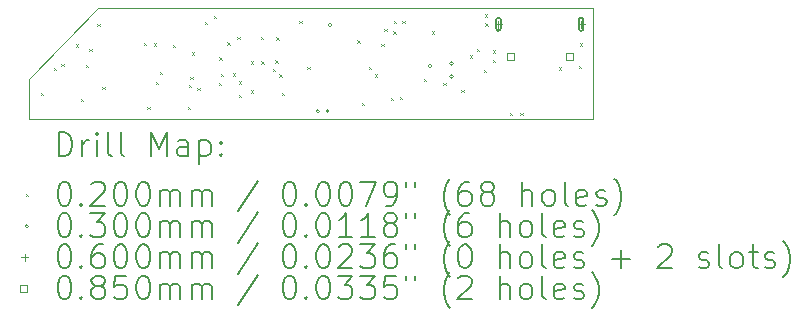
<source format=gbr>
%FSLAX45Y45*%
G04 Gerber Fmt 4.5, Leading zero omitted, Abs format (unit mm)*
G04 Created by KiCad (PCBNEW 6.0.4-6f826c9f35~116~ubuntu20.04.1) date 2022-03-30 16:12:38*
%MOMM*%
%LPD*%
G01*
G04 APERTURE LIST*
%TA.AperFunction,Profile*%
%ADD10C,0.100000*%
%TD*%
%ADD11C,0.200000*%
%ADD12C,0.020000*%
%ADD13C,0.030000*%
%ADD14C,0.060000*%
%ADD15C,0.085000*%
G04 APERTURE END LIST*
D10*
X16340000Y-8150000D02*
X12150000Y-8150000D01*
X11565000Y-8750000D02*
X11565000Y-9090000D01*
X11565000Y-9090000D02*
X16340000Y-9090000D01*
X12150000Y-8150000D02*
X11565000Y-8750000D01*
X16340000Y-9090000D02*
X16340000Y-8150000D01*
D11*
D12*
X11667500Y-8867500D02*
X11687500Y-8887500D01*
X11687500Y-8867500D02*
X11667500Y-8887500D01*
X11777500Y-8657500D02*
X11797500Y-8677500D01*
X11797500Y-8657500D02*
X11777500Y-8677500D01*
X11840000Y-8625000D02*
X11860000Y-8645000D01*
X11860000Y-8625000D02*
X11840000Y-8645000D01*
X11960000Y-8460000D02*
X11980000Y-8480000D01*
X11980000Y-8460000D02*
X11960000Y-8480000D01*
X12005000Y-8920000D02*
X12025000Y-8940000D01*
X12025000Y-8920000D02*
X12005000Y-8940000D01*
X12046292Y-8630255D02*
X12066292Y-8650255D01*
X12066292Y-8630255D02*
X12046292Y-8650255D01*
X12075000Y-8497500D02*
X12095000Y-8517500D01*
X12095000Y-8497500D02*
X12075000Y-8517500D01*
X12143500Y-8286500D02*
X12163500Y-8306500D01*
X12163500Y-8286500D02*
X12143500Y-8306500D01*
X12185000Y-8820000D02*
X12205000Y-8840000D01*
X12205000Y-8820000D02*
X12185000Y-8840000D01*
X12537750Y-8445750D02*
X12557750Y-8465750D01*
X12557750Y-8445750D02*
X12537750Y-8465750D01*
X12568000Y-8990000D02*
X12588000Y-9010000D01*
X12588000Y-8990000D02*
X12568000Y-9010000D01*
X12624500Y-8449000D02*
X12644500Y-8469000D01*
X12644500Y-8449000D02*
X12624500Y-8469000D01*
X12639815Y-8778077D02*
X12659815Y-8798077D01*
X12659815Y-8778077D02*
X12639815Y-8798077D01*
X12674000Y-8691000D02*
X12694000Y-8711000D01*
X12694000Y-8691000D02*
X12674000Y-8711000D01*
X12782250Y-8464750D02*
X12802250Y-8484750D01*
X12802250Y-8464750D02*
X12782250Y-8484750D01*
X12912500Y-8990000D02*
X12932500Y-9010000D01*
X12932500Y-8990000D02*
X12912500Y-9010000D01*
X12920237Y-8803069D02*
X12940237Y-8823069D01*
X12940237Y-8803069D02*
X12920237Y-8823069D01*
X12931000Y-8732000D02*
X12951000Y-8752000D01*
X12951000Y-8732000D02*
X12931000Y-8752000D01*
X12945000Y-8527500D02*
X12965000Y-8547500D01*
X12965000Y-8527500D02*
X12945000Y-8547500D01*
X12990000Y-8827500D02*
X13010000Y-8847500D01*
X13010000Y-8827500D02*
X12990000Y-8847500D01*
X13055000Y-8266000D02*
X13075000Y-8286000D01*
X13075000Y-8266000D02*
X13055000Y-8286000D01*
X13131926Y-8215950D02*
X13151926Y-8235950D01*
X13151926Y-8215950D02*
X13131926Y-8235950D01*
X13173000Y-8787250D02*
X13193000Y-8807250D01*
X13193000Y-8787250D02*
X13173000Y-8807250D01*
X13176000Y-8569000D02*
X13196000Y-8589000D01*
X13196000Y-8569000D02*
X13176000Y-8589000D01*
X13190000Y-8711000D02*
X13210000Y-8731000D01*
X13210000Y-8711000D02*
X13190000Y-8731000D01*
X13244000Y-8443000D02*
X13264000Y-8463000D01*
X13264000Y-8443000D02*
X13244000Y-8463000D01*
X13293000Y-8703000D02*
X13313000Y-8723000D01*
X13313000Y-8703000D02*
X13293000Y-8723000D01*
X13330000Y-8397250D02*
X13350000Y-8417250D01*
X13350000Y-8397250D02*
X13330000Y-8417250D01*
X13341000Y-8773000D02*
X13361000Y-8793000D01*
X13361000Y-8773000D02*
X13341000Y-8793000D01*
X13342500Y-8885000D02*
X13362500Y-8905000D01*
X13362500Y-8885000D02*
X13342500Y-8905000D01*
X13443000Y-8602000D02*
X13463000Y-8622000D01*
X13463000Y-8602000D02*
X13443000Y-8622000D01*
X13444000Y-8848500D02*
X13464000Y-8868500D01*
X13464000Y-8848500D02*
X13444000Y-8868500D01*
X13530500Y-8395500D02*
X13550500Y-8415500D01*
X13550500Y-8395500D02*
X13530500Y-8415500D01*
X13533000Y-8603000D02*
X13553000Y-8623000D01*
X13553000Y-8603000D02*
X13533000Y-8623000D01*
X13630000Y-8665000D02*
X13650000Y-8685000D01*
X13650000Y-8665000D02*
X13630000Y-8685000D01*
X13650000Y-8593200D02*
X13670000Y-8613200D01*
X13670000Y-8593200D02*
X13650000Y-8613200D01*
X13660000Y-8400000D02*
X13680000Y-8420000D01*
X13680000Y-8400000D02*
X13660000Y-8420000D01*
X13685000Y-8712500D02*
X13705000Y-8732500D01*
X13705000Y-8712500D02*
X13685000Y-8732500D01*
X13705000Y-8869000D02*
X13725000Y-8889000D01*
X13725000Y-8869000D02*
X13705000Y-8889000D01*
X13852500Y-8260000D02*
X13872500Y-8280000D01*
X13872500Y-8260000D02*
X13852500Y-8280000D01*
X13922000Y-8652000D02*
X13942000Y-8672000D01*
X13942000Y-8652000D02*
X13922000Y-8672000D01*
X14345000Y-8425000D02*
X14365000Y-8445000D01*
X14365000Y-8425000D02*
X14345000Y-8445000D01*
X14385000Y-8955000D02*
X14405000Y-8975000D01*
X14405000Y-8955000D02*
X14385000Y-8975000D01*
X14440000Y-8650000D02*
X14460000Y-8670000D01*
X14460000Y-8650000D02*
X14440000Y-8670000D01*
X14490941Y-8714059D02*
X14510941Y-8734059D01*
X14510941Y-8714059D02*
X14490941Y-8734059D01*
X14547000Y-8453000D02*
X14567000Y-8473000D01*
X14567000Y-8453000D02*
X14547000Y-8473000D01*
X14575000Y-8330000D02*
X14595000Y-8350000D01*
X14595000Y-8330000D02*
X14575000Y-8350000D01*
X14630000Y-8910000D02*
X14650000Y-8930000D01*
X14650000Y-8910000D02*
X14630000Y-8930000D01*
X14650000Y-8350000D02*
X14670000Y-8370000D01*
X14670000Y-8350000D02*
X14650000Y-8370000D01*
X14655000Y-8260000D02*
X14675000Y-8280000D01*
X14675000Y-8260000D02*
X14655000Y-8280000D01*
X14707500Y-8902500D02*
X14727500Y-8922500D01*
X14727500Y-8902500D02*
X14707500Y-8922500D01*
X14725000Y-8260000D02*
X14745000Y-8280000D01*
X14745000Y-8260000D02*
X14725000Y-8280000D01*
X14906250Y-8748750D02*
X14926250Y-8768750D01*
X14926250Y-8748750D02*
X14906250Y-8768750D01*
X14976625Y-8348375D02*
X14996625Y-8368375D01*
X14996625Y-8348375D02*
X14976625Y-8368375D01*
X15072050Y-8787500D02*
X15092050Y-8807500D01*
X15092050Y-8787500D02*
X15072050Y-8807500D01*
X15224500Y-8846250D02*
X15244500Y-8866250D01*
X15244500Y-8846250D02*
X15224500Y-8866250D01*
X15295000Y-8552500D02*
X15315000Y-8572500D01*
X15315000Y-8552500D02*
X15295000Y-8572500D01*
X15355000Y-8495000D02*
X15375000Y-8515000D01*
X15375000Y-8495000D02*
X15355000Y-8515000D01*
X15415000Y-8675000D02*
X15435000Y-8695000D01*
X15435000Y-8675000D02*
X15415000Y-8695000D01*
X15425500Y-8204500D02*
X15445500Y-8224500D01*
X15445500Y-8204500D02*
X15425500Y-8224500D01*
X15430000Y-8280000D02*
X15450000Y-8300000D01*
X15450000Y-8280000D02*
X15430000Y-8300000D01*
X15490000Y-8510000D02*
X15510000Y-8530000D01*
X15510000Y-8510000D02*
X15490000Y-8530000D01*
X15490000Y-8590000D02*
X15510000Y-8610000D01*
X15510000Y-8590000D02*
X15490000Y-8610000D01*
X15637500Y-9040000D02*
X15657500Y-9060000D01*
X15657500Y-9040000D02*
X15637500Y-9060000D01*
X15724000Y-9041000D02*
X15744000Y-9061000D01*
X15744000Y-9041000D02*
X15724000Y-9061000D01*
X16052500Y-8652500D02*
X16072500Y-8672500D01*
X16072500Y-8652500D02*
X16052500Y-8672500D01*
X16218750Y-8638750D02*
X16238750Y-8658750D01*
X16238750Y-8638750D02*
X16218750Y-8658750D01*
X16230000Y-8450000D02*
X16250000Y-8470000D01*
X16250000Y-8450000D02*
X16230000Y-8470000D01*
D13*
X14025000Y-9024000D02*
G75*
G03*
X14025000Y-9024000I-15000J0D01*
G01*
X14109000Y-9024000D02*
G75*
G03*
X14109000Y-9024000I-15000J0D01*
G01*
X14128000Y-8294000D02*
G75*
G03*
X14128000Y-8294000I-15000J0D01*
G01*
X14975000Y-8642500D02*
G75*
G03*
X14975000Y-8642500I-15000J0D01*
G01*
X15157000Y-8733000D02*
G75*
G03*
X15157000Y-8733000I-15000J0D01*
G01*
X15157500Y-8622500D02*
G75*
G03*
X15157500Y-8622500I-15000J0D01*
G01*
D14*
X15540000Y-8260000D02*
X15540000Y-8320000D01*
X15510000Y-8290000D02*
X15570000Y-8290000D01*
D11*
X15560000Y-8325000D02*
X15560000Y-8255000D01*
X15520000Y-8325000D02*
X15520000Y-8255000D01*
X15560000Y-8255000D02*
G75*
G03*
X15520000Y-8255000I-20000J0D01*
G01*
X15520000Y-8325000D02*
G75*
G03*
X15560000Y-8325000I20000J0D01*
G01*
D14*
X16240000Y-8260000D02*
X16240000Y-8320000D01*
X16210000Y-8290000D02*
X16270000Y-8290000D01*
D11*
X16220000Y-8255000D02*
X16220000Y-8325000D01*
X16260000Y-8255000D02*
X16260000Y-8325000D01*
X16220000Y-8325000D02*
G75*
G03*
X16260000Y-8325000I20000J0D01*
G01*
X16260000Y-8255000D02*
G75*
G03*
X16220000Y-8255000I-20000J0D01*
G01*
D15*
X15670052Y-8590052D02*
X15670052Y-8529948D01*
X15609948Y-8529948D01*
X15609948Y-8590052D01*
X15670052Y-8590052D01*
X16170052Y-8590052D02*
X16170052Y-8529948D01*
X16109948Y-8529948D01*
X16109948Y-8590052D01*
X16170052Y-8590052D01*
D11*
X11817619Y-9405476D02*
X11817619Y-9205476D01*
X11865238Y-9205476D01*
X11893809Y-9215000D01*
X11912857Y-9234048D01*
X11922381Y-9253095D01*
X11931905Y-9291190D01*
X11931905Y-9319762D01*
X11922381Y-9357857D01*
X11912857Y-9376905D01*
X11893809Y-9395952D01*
X11865238Y-9405476D01*
X11817619Y-9405476D01*
X12017619Y-9405476D02*
X12017619Y-9272143D01*
X12017619Y-9310238D02*
X12027143Y-9291190D01*
X12036667Y-9281667D01*
X12055714Y-9272143D01*
X12074762Y-9272143D01*
X12141428Y-9405476D02*
X12141428Y-9272143D01*
X12141428Y-9205476D02*
X12131905Y-9215000D01*
X12141428Y-9224524D01*
X12150952Y-9215000D01*
X12141428Y-9205476D01*
X12141428Y-9224524D01*
X12265238Y-9405476D02*
X12246190Y-9395952D01*
X12236667Y-9376905D01*
X12236667Y-9205476D01*
X12370000Y-9405476D02*
X12350952Y-9395952D01*
X12341428Y-9376905D01*
X12341428Y-9205476D01*
X12598571Y-9405476D02*
X12598571Y-9205476D01*
X12665238Y-9348333D01*
X12731905Y-9205476D01*
X12731905Y-9405476D01*
X12912857Y-9405476D02*
X12912857Y-9300714D01*
X12903333Y-9281667D01*
X12884286Y-9272143D01*
X12846190Y-9272143D01*
X12827143Y-9281667D01*
X12912857Y-9395952D02*
X12893809Y-9405476D01*
X12846190Y-9405476D01*
X12827143Y-9395952D01*
X12817619Y-9376905D01*
X12817619Y-9357857D01*
X12827143Y-9338810D01*
X12846190Y-9329286D01*
X12893809Y-9329286D01*
X12912857Y-9319762D01*
X13008095Y-9272143D02*
X13008095Y-9472143D01*
X13008095Y-9281667D02*
X13027143Y-9272143D01*
X13065238Y-9272143D01*
X13084286Y-9281667D01*
X13093809Y-9291190D01*
X13103333Y-9310238D01*
X13103333Y-9367381D01*
X13093809Y-9386429D01*
X13084286Y-9395952D01*
X13065238Y-9405476D01*
X13027143Y-9405476D01*
X13008095Y-9395952D01*
X13189048Y-9386429D02*
X13198571Y-9395952D01*
X13189048Y-9405476D01*
X13179524Y-9395952D01*
X13189048Y-9386429D01*
X13189048Y-9405476D01*
X13189048Y-9281667D02*
X13198571Y-9291190D01*
X13189048Y-9300714D01*
X13179524Y-9291190D01*
X13189048Y-9281667D01*
X13189048Y-9300714D01*
D12*
X11540000Y-9725000D02*
X11560000Y-9745000D01*
X11560000Y-9725000D02*
X11540000Y-9745000D01*
D11*
X11855714Y-9625476D02*
X11874762Y-9625476D01*
X11893809Y-9635000D01*
X11903333Y-9644524D01*
X11912857Y-9663571D01*
X11922381Y-9701667D01*
X11922381Y-9749286D01*
X11912857Y-9787381D01*
X11903333Y-9806429D01*
X11893809Y-9815952D01*
X11874762Y-9825476D01*
X11855714Y-9825476D01*
X11836667Y-9815952D01*
X11827143Y-9806429D01*
X11817619Y-9787381D01*
X11808095Y-9749286D01*
X11808095Y-9701667D01*
X11817619Y-9663571D01*
X11827143Y-9644524D01*
X11836667Y-9635000D01*
X11855714Y-9625476D01*
X12008095Y-9806429D02*
X12017619Y-9815952D01*
X12008095Y-9825476D01*
X11998571Y-9815952D01*
X12008095Y-9806429D01*
X12008095Y-9825476D01*
X12093809Y-9644524D02*
X12103333Y-9635000D01*
X12122381Y-9625476D01*
X12170000Y-9625476D01*
X12189048Y-9635000D01*
X12198571Y-9644524D01*
X12208095Y-9663571D01*
X12208095Y-9682619D01*
X12198571Y-9711190D01*
X12084286Y-9825476D01*
X12208095Y-9825476D01*
X12331905Y-9625476D02*
X12350952Y-9625476D01*
X12370000Y-9635000D01*
X12379524Y-9644524D01*
X12389048Y-9663571D01*
X12398571Y-9701667D01*
X12398571Y-9749286D01*
X12389048Y-9787381D01*
X12379524Y-9806429D01*
X12370000Y-9815952D01*
X12350952Y-9825476D01*
X12331905Y-9825476D01*
X12312857Y-9815952D01*
X12303333Y-9806429D01*
X12293809Y-9787381D01*
X12284286Y-9749286D01*
X12284286Y-9701667D01*
X12293809Y-9663571D01*
X12303333Y-9644524D01*
X12312857Y-9635000D01*
X12331905Y-9625476D01*
X12522381Y-9625476D02*
X12541428Y-9625476D01*
X12560476Y-9635000D01*
X12570000Y-9644524D01*
X12579524Y-9663571D01*
X12589048Y-9701667D01*
X12589048Y-9749286D01*
X12579524Y-9787381D01*
X12570000Y-9806429D01*
X12560476Y-9815952D01*
X12541428Y-9825476D01*
X12522381Y-9825476D01*
X12503333Y-9815952D01*
X12493809Y-9806429D01*
X12484286Y-9787381D01*
X12474762Y-9749286D01*
X12474762Y-9701667D01*
X12484286Y-9663571D01*
X12493809Y-9644524D01*
X12503333Y-9635000D01*
X12522381Y-9625476D01*
X12674762Y-9825476D02*
X12674762Y-9692143D01*
X12674762Y-9711190D02*
X12684286Y-9701667D01*
X12703333Y-9692143D01*
X12731905Y-9692143D01*
X12750952Y-9701667D01*
X12760476Y-9720714D01*
X12760476Y-9825476D01*
X12760476Y-9720714D02*
X12770000Y-9701667D01*
X12789048Y-9692143D01*
X12817619Y-9692143D01*
X12836667Y-9701667D01*
X12846190Y-9720714D01*
X12846190Y-9825476D01*
X12941428Y-9825476D02*
X12941428Y-9692143D01*
X12941428Y-9711190D02*
X12950952Y-9701667D01*
X12970000Y-9692143D01*
X12998571Y-9692143D01*
X13017619Y-9701667D01*
X13027143Y-9720714D01*
X13027143Y-9825476D01*
X13027143Y-9720714D02*
X13036667Y-9701667D01*
X13055714Y-9692143D01*
X13084286Y-9692143D01*
X13103333Y-9701667D01*
X13112857Y-9720714D01*
X13112857Y-9825476D01*
X13503333Y-9615952D02*
X13331905Y-9873095D01*
X13760476Y-9625476D02*
X13779524Y-9625476D01*
X13798571Y-9635000D01*
X13808095Y-9644524D01*
X13817619Y-9663571D01*
X13827143Y-9701667D01*
X13827143Y-9749286D01*
X13817619Y-9787381D01*
X13808095Y-9806429D01*
X13798571Y-9815952D01*
X13779524Y-9825476D01*
X13760476Y-9825476D01*
X13741428Y-9815952D01*
X13731905Y-9806429D01*
X13722381Y-9787381D01*
X13712857Y-9749286D01*
X13712857Y-9701667D01*
X13722381Y-9663571D01*
X13731905Y-9644524D01*
X13741428Y-9635000D01*
X13760476Y-9625476D01*
X13912857Y-9806429D02*
X13922381Y-9815952D01*
X13912857Y-9825476D01*
X13903333Y-9815952D01*
X13912857Y-9806429D01*
X13912857Y-9825476D01*
X14046190Y-9625476D02*
X14065238Y-9625476D01*
X14084286Y-9635000D01*
X14093809Y-9644524D01*
X14103333Y-9663571D01*
X14112857Y-9701667D01*
X14112857Y-9749286D01*
X14103333Y-9787381D01*
X14093809Y-9806429D01*
X14084286Y-9815952D01*
X14065238Y-9825476D01*
X14046190Y-9825476D01*
X14027143Y-9815952D01*
X14017619Y-9806429D01*
X14008095Y-9787381D01*
X13998571Y-9749286D01*
X13998571Y-9701667D01*
X14008095Y-9663571D01*
X14017619Y-9644524D01*
X14027143Y-9635000D01*
X14046190Y-9625476D01*
X14236667Y-9625476D02*
X14255714Y-9625476D01*
X14274762Y-9635000D01*
X14284286Y-9644524D01*
X14293809Y-9663571D01*
X14303333Y-9701667D01*
X14303333Y-9749286D01*
X14293809Y-9787381D01*
X14284286Y-9806429D01*
X14274762Y-9815952D01*
X14255714Y-9825476D01*
X14236667Y-9825476D01*
X14217619Y-9815952D01*
X14208095Y-9806429D01*
X14198571Y-9787381D01*
X14189048Y-9749286D01*
X14189048Y-9701667D01*
X14198571Y-9663571D01*
X14208095Y-9644524D01*
X14217619Y-9635000D01*
X14236667Y-9625476D01*
X14370000Y-9625476D02*
X14503333Y-9625476D01*
X14417619Y-9825476D01*
X14589048Y-9825476D02*
X14627143Y-9825476D01*
X14646190Y-9815952D01*
X14655714Y-9806429D01*
X14674762Y-9777857D01*
X14684286Y-9739762D01*
X14684286Y-9663571D01*
X14674762Y-9644524D01*
X14665238Y-9635000D01*
X14646190Y-9625476D01*
X14608095Y-9625476D01*
X14589048Y-9635000D01*
X14579524Y-9644524D01*
X14570000Y-9663571D01*
X14570000Y-9711190D01*
X14579524Y-9730238D01*
X14589048Y-9739762D01*
X14608095Y-9749286D01*
X14646190Y-9749286D01*
X14665238Y-9739762D01*
X14674762Y-9730238D01*
X14684286Y-9711190D01*
X14760476Y-9625476D02*
X14760476Y-9663571D01*
X14836667Y-9625476D02*
X14836667Y-9663571D01*
X15131905Y-9901667D02*
X15122381Y-9892143D01*
X15103333Y-9863571D01*
X15093809Y-9844524D01*
X15084286Y-9815952D01*
X15074762Y-9768333D01*
X15074762Y-9730238D01*
X15084286Y-9682619D01*
X15093809Y-9654048D01*
X15103333Y-9635000D01*
X15122381Y-9606429D01*
X15131905Y-9596905D01*
X15293809Y-9625476D02*
X15255714Y-9625476D01*
X15236667Y-9635000D01*
X15227143Y-9644524D01*
X15208095Y-9673095D01*
X15198571Y-9711190D01*
X15198571Y-9787381D01*
X15208095Y-9806429D01*
X15217619Y-9815952D01*
X15236667Y-9825476D01*
X15274762Y-9825476D01*
X15293809Y-9815952D01*
X15303333Y-9806429D01*
X15312857Y-9787381D01*
X15312857Y-9739762D01*
X15303333Y-9720714D01*
X15293809Y-9711190D01*
X15274762Y-9701667D01*
X15236667Y-9701667D01*
X15217619Y-9711190D01*
X15208095Y-9720714D01*
X15198571Y-9739762D01*
X15427143Y-9711190D02*
X15408095Y-9701667D01*
X15398571Y-9692143D01*
X15389048Y-9673095D01*
X15389048Y-9663571D01*
X15398571Y-9644524D01*
X15408095Y-9635000D01*
X15427143Y-9625476D01*
X15465238Y-9625476D01*
X15484286Y-9635000D01*
X15493809Y-9644524D01*
X15503333Y-9663571D01*
X15503333Y-9673095D01*
X15493809Y-9692143D01*
X15484286Y-9701667D01*
X15465238Y-9711190D01*
X15427143Y-9711190D01*
X15408095Y-9720714D01*
X15398571Y-9730238D01*
X15389048Y-9749286D01*
X15389048Y-9787381D01*
X15398571Y-9806429D01*
X15408095Y-9815952D01*
X15427143Y-9825476D01*
X15465238Y-9825476D01*
X15484286Y-9815952D01*
X15493809Y-9806429D01*
X15503333Y-9787381D01*
X15503333Y-9749286D01*
X15493809Y-9730238D01*
X15484286Y-9720714D01*
X15465238Y-9711190D01*
X15741428Y-9825476D02*
X15741428Y-9625476D01*
X15827143Y-9825476D02*
X15827143Y-9720714D01*
X15817619Y-9701667D01*
X15798571Y-9692143D01*
X15770000Y-9692143D01*
X15750952Y-9701667D01*
X15741428Y-9711190D01*
X15950952Y-9825476D02*
X15931905Y-9815952D01*
X15922381Y-9806429D01*
X15912857Y-9787381D01*
X15912857Y-9730238D01*
X15922381Y-9711190D01*
X15931905Y-9701667D01*
X15950952Y-9692143D01*
X15979524Y-9692143D01*
X15998571Y-9701667D01*
X16008095Y-9711190D01*
X16017619Y-9730238D01*
X16017619Y-9787381D01*
X16008095Y-9806429D01*
X15998571Y-9815952D01*
X15979524Y-9825476D01*
X15950952Y-9825476D01*
X16131905Y-9825476D02*
X16112857Y-9815952D01*
X16103333Y-9796905D01*
X16103333Y-9625476D01*
X16284286Y-9815952D02*
X16265238Y-9825476D01*
X16227143Y-9825476D01*
X16208095Y-9815952D01*
X16198571Y-9796905D01*
X16198571Y-9720714D01*
X16208095Y-9701667D01*
X16227143Y-9692143D01*
X16265238Y-9692143D01*
X16284286Y-9701667D01*
X16293809Y-9720714D01*
X16293809Y-9739762D01*
X16198571Y-9758810D01*
X16370000Y-9815952D02*
X16389048Y-9825476D01*
X16427143Y-9825476D01*
X16446190Y-9815952D01*
X16455714Y-9796905D01*
X16455714Y-9787381D01*
X16446190Y-9768333D01*
X16427143Y-9758810D01*
X16398571Y-9758810D01*
X16379524Y-9749286D01*
X16370000Y-9730238D01*
X16370000Y-9720714D01*
X16379524Y-9701667D01*
X16398571Y-9692143D01*
X16427143Y-9692143D01*
X16446190Y-9701667D01*
X16522381Y-9901667D02*
X16531905Y-9892143D01*
X16550952Y-9863571D01*
X16560476Y-9844524D01*
X16570000Y-9815952D01*
X16579524Y-9768333D01*
X16579524Y-9730238D01*
X16570000Y-9682619D01*
X16560476Y-9654048D01*
X16550952Y-9635000D01*
X16531905Y-9606429D01*
X16522381Y-9596905D01*
D13*
X11560000Y-9999000D02*
G75*
G03*
X11560000Y-9999000I-15000J0D01*
G01*
D11*
X11855714Y-9889476D02*
X11874762Y-9889476D01*
X11893809Y-9899000D01*
X11903333Y-9908524D01*
X11912857Y-9927571D01*
X11922381Y-9965667D01*
X11922381Y-10013286D01*
X11912857Y-10051381D01*
X11903333Y-10070429D01*
X11893809Y-10079952D01*
X11874762Y-10089476D01*
X11855714Y-10089476D01*
X11836667Y-10079952D01*
X11827143Y-10070429D01*
X11817619Y-10051381D01*
X11808095Y-10013286D01*
X11808095Y-9965667D01*
X11817619Y-9927571D01*
X11827143Y-9908524D01*
X11836667Y-9899000D01*
X11855714Y-9889476D01*
X12008095Y-10070429D02*
X12017619Y-10079952D01*
X12008095Y-10089476D01*
X11998571Y-10079952D01*
X12008095Y-10070429D01*
X12008095Y-10089476D01*
X12084286Y-9889476D02*
X12208095Y-9889476D01*
X12141428Y-9965667D01*
X12170000Y-9965667D01*
X12189048Y-9975190D01*
X12198571Y-9984714D01*
X12208095Y-10003762D01*
X12208095Y-10051381D01*
X12198571Y-10070429D01*
X12189048Y-10079952D01*
X12170000Y-10089476D01*
X12112857Y-10089476D01*
X12093809Y-10079952D01*
X12084286Y-10070429D01*
X12331905Y-9889476D02*
X12350952Y-9889476D01*
X12370000Y-9899000D01*
X12379524Y-9908524D01*
X12389048Y-9927571D01*
X12398571Y-9965667D01*
X12398571Y-10013286D01*
X12389048Y-10051381D01*
X12379524Y-10070429D01*
X12370000Y-10079952D01*
X12350952Y-10089476D01*
X12331905Y-10089476D01*
X12312857Y-10079952D01*
X12303333Y-10070429D01*
X12293809Y-10051381D01*
X12284286Y-10013286D01*
X12284286Y-9965667D01*
X12293809Y-9927571D01*
X12303333Y-9908524D01*
X12312857Y-9899000D01*
X12331905Y-9889476D01*
X12522381Y-9889476D02*
X12541428Y-9889476D01*
X12560476Y-9899000D01*
X12570000Y-9908524D01*
X12579524Y-9927571D01*
X12589048Y-9965667D01*
X12589048Y-10013286D01*
X12579524Y-10051381D01*
X12570000Y-10070429D01*
X12560476Y-10079952D01*
X12541428Y-10089476D01*
X12522381Y-10089476D01*
X12503333Y-10079952D01*
X12493809Y-10070429D01*
X12484286Y-10051381D01*
X12474762Y-10013286D01*
X12474762Y-9965667D01*
X12484286Y-9927571D01*
X12493809Y-9908524D01*
X12503333Y-9899000D01*
X12522381Y-9889476D01*
X12674762Y-10089476D02*
X12674762Y-9956143D01*
X12674762Y-9975190D02*
X12684286Y-9965667D01*
X12703333Y-9956143D01*
X12731905Y-9956143D01*
X12750952Y-9965667D01*
X12760476Y-9984714D01*
X12760476Y-10089476D01*
X12760476Y-9984714D02*
X12770000Y-9965667D01*
X12789048Y-9956143D01*
X12817619Y-9956143D01*
X12836667Y-9965667D01*
X12846190Y-9984714D01*
X12846190Y-10089476D01*
X12941428Y-10089476D02*
X12941428Y-9956143D01*
X12941428Y-9975190D02*
X12950952Y-9965667D01*
X12970000Y-9956143D01*
X12998571Y-9956143D01*
X13017619Y-9965667D01*
X13027143Y-9984714D01*
X13027143Y-10089476D01*
X13027143Y-9984714D02*
X13036667Y-9965667D01*
X13055714Y-9956143D01*
X13084286Y-9956143D01*
X13103333Y-9965667D01*
X13112857Y-9984714D01*
X13112857Y-10089476D01*
X13503333Y-9879952D02*
X13331905Y-10137095D01*
X13760476Y-9889476D02*
X13779524Y-9889476D01*
X13798571Y-9899000D01*
X13808095Y-9908524D01*
X13817619Y-9927571D01*
X13827143Y-9965667D01*
X13827143Y-10013286D01*
X13817619Y-10051381D01*
X13808095Y-10070429D01*
X13798571Y-10079952D01*
X13779524Y-10089476D01*
X13760476Y-10089476D01*
X13741428Y-10079952D01*
X13731905Y-10070429D01*
X13722381Y-10051381D01*
X13712857Y-10013286D01*
X13712857Y-9965667D01*
X13722381Y-9927571D01*
X13731905Y-9908524D01*
X13741428Y-9899000D01*
X13760476Y-9889476D01*
X13912857Y-10070429D02*
X13922381Y-10079952D01*
X13912857Y-10089476D01*
X13903333Y-10079952D01*
X13912857Y-10070429D01*
X13912857Y-10089476D01*
X14046190Y-9889476D02*
X14065238Y-9889476D01*
X14084286Y-9899000D01*
X14093809Y-9908524D01*
X14103333Y-9927571D01*
X14112857Y-9965667D01*
X14112857Y-10013286D01*
X14103333Y-10051381D01*
X14093809Y-10070429D01*
X14084286Y-10079952D01*
X14065238Y-10089476D01*
X14046190Y-10089476D01*
X14027143Y-10079952D01*
X14017619Y-10070429D01*
X14008095Y-10051381D01*
X13998571Y-10013286D01*
X13998571Y-9965667D01*
X14008095Y-9927571D01*
X14017619Y-9908524D01*
X14027143Y-9899000D01*
X14046190Y-9889476D01*
X14303333Y-10089476D02*
X14189048Y-10089476D01*
X14246190Y-10089476D02*
X14246190Y-9889476D01*
X14227143Y-9918048D01*
X14208095Y-9937095D01*
X14189048Y-9946619D01*
X14493809Y-10089476D02*
X14379524Y-10089476D01*
X14436667Y-10089476D02*
X14436667Y-9889476D01*
X14417619Y-9918048D01*
X14398571Y-9937095D01*
X14379524Y-9946619D01*
X14608095Y-9975190D02*
X14589048Y-9965667D01*
X14579524Y-9956143D01*
X14570000Y-9937095D01*
X14570000Y-9927571D01*
X14579524Y-9908524D01*
X14589048Y-9899000D01*
X14608095Y-9889476D01*
X14646190Y-9889476D01*
X14665238Y-9899000D01*
X14674762Y-9908524D01*
X14684286Y-9927571D01*
X14684286Y-9937095D01*
X14674762Y-9956143D01*
X14665238Y-9965667D01*
X14646190Y-9975190D01*
X14608095Y-9975190D01*
X14589048Y-9984714D01*
X14579524Y-9994238D01*
X14570000Y-10013286D01*
X14570000Y-10051381D01*
X14579524Y-10070429D01*
X14589048Y-10079952D01*
X14608095Y-10089476D01*
X14646190Y-10089476D01*
X14665238Y-10079952D01*
X14674762Y-10070429D01*
X14684286Y-10051381D01*
X14684286Y-10013286D01*
X14674762Y-9994238D01*
X14665238Y-9984714D01*
X14646190Y-9975190D01*
X14760476Y-9889476D02*
X14760476Y-9927571D01*
X14836667Y-9889476D02*
X14836667Y-9927571D01*
X15131905Y-10165667D02*
X15122381Y-10156143D01*
X15103333Y-10127571D01*
X15093809Y-10108524D01*
X15084286Y-10079952D01*
X15074762Y-10032333D01*
X15074762Y-9994238D01*
X15084286Y-9946619D01*
X15093809Y-9918048D01*
X15103333Y-9899000D01*
X15122381Y-9870429D01*
X15131905Y-9860905D01*
X15293809Y-9889476D02*
X15255714Y-9889476D01*
X15236667Y-9899000D01*
X15227143Y-9908524D01*
X15208095Y-9937095D01*
X15198571Y-9975190D01*
X15198571Y-10051381D01*
X15208095Y-10070429D01*
X15217619Y-10079952D01*
X15236667Y-10089476D01*
X15274762Y-10089476D01*
X15293809Y-10079952D01*
X15303333Y-10070429D01*
X15312857Y-10051381D01*
X15312857Y-10003762D01*
X15303333Y-9984714D01*
X15293809Y-9975190D01*
X15274762Y-9965667D01*
X15236667Y-9965667D01*
X15217619Y-9975190D01*
X15208095Y-9984714D01*
X15198571Y-10003762D01*
X15550952Y-10089476D02*
X15550952Y-9889476D01*
X15636667Y-10089476D02*
X15636667Y-9984714D01*
X15627143Y-9965667D01*
X15608095Y-9956143D01*
X15579524Y-9956143D01*
X15560476Y-9965667D01*
X15550952Y-9975190D01*
X15760476Y-10089476D02*
X15741428Y-10079952D01*
X15731905Y-10070429D01*
X15722381Y-10051381D01*
X15722381Y-9994238D01*
X15731905Y-9975190D01*
X15741428Y-9965667D01*
X15760476Y-9956143D01*
X15789048Y-9956143D01*
X15808095Y-9965667D01*
X15817619Y-9975190D01*
X15827143Y-9994238D01*
X15827143Y-10051381D01*
X15817619Y-10070429D01*
X15808095Y-10079952D01*
X15789048Y-10089476D01*
X15760476Y-10089476D01*
X15941428Y-10089476D02*
X15922381Y-10079952D01*
X15912857Y-10060905D01*
X15912857Y-9889476D01*
X16093809Y-10079952D02*
X16074762Y-10089476D01*
X16036667Y-10089476D01*
X16017619Y-10079952D01*
X16008095Y-10060905D01*
X16008095Y-9984714D01*
X16017619Y-9965667D01*
X16036667Y-9956143D01*
X16074762Y-9956143D01*
X16093809Y-9965667D01*
X16103333Y-9984714D01*
X16103333Y-10003762D01*
X16008095Y-10022810D01*
X16179524Y-10079952D02*
X16198571Y-10089476D01*
X16236667Y-10089476D01*
X16255714Y-10079952D01*
X16265238Y-10060905D01*
X16265238Y-10051381D01*
X16255714Y-10032333D01*
X16236667Y-10022810D01*
X16208095Y-10022810D01*
X16189048Y-10013286D01*
X16179524Y-9994238D01*
X16179524Y-9984714D01*
X16189048Y-9965667D01*
X16208095Y-9956143D01*
X16236667Y-9956143D01*
X16255714Y-9965667D01*
X16331905Y-10165667D02*
X16341428Y-10156143D01*
X16360476Y-10127571D01*
X16370000Y-10108524D01*
X16379524Y-10079952D01*
X16389048Y-10032333D01*
X16389048Y-9994238D01*
X16379524Y-9946619D01*
X16370000Y-9918048D01*
X16360476Y-9899000D01*
X16341428Y-9870429D01*
X16331905Y-9860905D01*
D14*
X11530000Y-10233000D02*
X11530000Y-10293000D01*
X11500000Y-10263000D02*
X11560000Y-10263000D01*
D11*
X11855714Y-10153476D02*
X11874762Y-10153476D01*
X11893809Y-10163000D01*
X11903333Y-10172524D01*
X11912857Y-10191571D01*
X11922381Y-10229667D01*
X11922381Y-10277286D01*
X11912857Y-10315381D01*
X11903333Y-10334429D01*
X11893809Y-10343952D01*
X11874762Y-10353476D01*
X11855714Y-10353476D01*
X11836667Y-10343952D01*
X11827143Y-10334429D01*
X11817619Y-10315381D01*
X11808095Y-10277286D01*
X11808095Y-10229667D01*
X11817619Y-10191571D01*
X11827143Y-10172524D01*
X11836667Y-10163000D01*
X11855714Y-10153476D01*
X12008095Y-10334429D02*
X12017619Y-10343952D01*
X12008095Y-10353476D01*
X11998571Y-10343952D01*
X12008095Y-10334429D01*
X12008095Y-10353476D01*
X12189048Y-10153476D02*
X12150952Y-10153476D01*
X12131905Y-10163000D01*
X12122381Y-10172524D01*
X12103333Y-10201095D01*
X12093809Y-10239190D01*
X12093809Y-10315381D01*
X12103333Y-10334429D01*
X12112857Y-10343952D01*
X12131905Y-10353476D01*
X12170000Y-10353476D01*
X12189048Y-10343952D01*
X12198571Y-10334429D01*
X12208095Y-10315381D01*
X12208095Y-10267762D01*
X12198571Y-10248714D01*
X12189048Y-10239190D01*
X12170000Y-10229667D01*
X12131905Y-10229667D01*
X12112857Y-10239190D01*
X12103333Y-10248714D01*
X12093809Y-10267762D01*
X12331905Y-10153476D02*
X12350952Y-10153476D01*
X12370000Y-10163000D01*
X12379524Y-10172524D01*
X12389048Y-10191571D01*
X12398571Y-10229667D01*
X12398571Y-10277286D01*
X12389048Y-10315381D01*
X12379524Y-10334429D01*
X12370000Y-10343952D01*
X12350952Y-10353476D01*
X12331905Y-10353476D01*
X12312857Y-10343952D01*
X12303333Y-10334429D01*
X12293809Y-10315381D01*
X12284286Y-10277286D01*
X12284286Y-10229667D01*
X12293809Y-10191571D01*
X12303333Y-10172524D01*
X12312857Y-10163000D01*
X12331905Y-10153476D01*
X12522381Y-10153476D02*
X12541428Y-10153476D01*
X12560476Y-10163000D01*
X12570000Y-10172524D01*
X12579524Y-10191571D01*
X12589048Y-10229667D01*
X12589048Y-10277286D01*
X12579524Y-10315381D01*
X12570000Y-10334429D01*
X12560476Y-10343952D01*
X12541428Y-10353476D01*
X12522381Y-10353476D01*
X12503333Y-10343952D01*
X12493809Y-10334429D01*
X12484286Y-10315381D01*
X12474762Y-10277286D01*
X12474762Y-10229667D01*
X12484286Y-10191571D01*
X12493809Y-10172524D01*
X12503333Y-10163000D01*
X12522381Y-10153476D01*
X12674762Y-10353476D02*
X12674762Y-10220143D01*
X12674762Y-10239190D02*
X12684286Y-10229667D01*
X12703333Y-10220143D01*
X12731905Y-10220143D01*
X12750952Y-10229667D01*
X12760476Y-10248714D01*
X12760476Y-10353476D01*
X12760476Y-10248714D02*
X12770000Y-10229667D01*
X12789048Y-10220143D01*
X12817619Y-10220143D01*
X12836667Y-10229667D01*
X12846190Y-10248714D01*
X12846190Y-10353476D01*
X12941428Y-10353476D02*
X12941428Y-10220143D01*
X12941428Y-10239190D02*
X12950952Y-10229667D01*
X12970000Y-10220143D01*
X12998571Y-10220143D01*
X13017619Y-10229667D01*
X13027143Y-10248714D01*
X13027143Y-10353476D01*
X13027143Y-10248714D02*
X13036667Y-10229667D01*
X13055714Y-10220143D01*
X13084286Y-10220143D01*
X13103333Y-10229667D01*
X13112857Y-10248714D01*
X13112857Y-10353476D01*
X13503333Y-10143952D02*
X13331905Y-10401095D01*
X13760476Y-10153476D02*
X13779524Y-10153476D01*
X13798571Y-10163000D01*
X13808095Y-10172524D01*
X13817619Y-10191571D01*
X13827143Y-10229667D01*
X13827143Y-10277286D01*
X13817619Y-10315381D01*
X13808095Y-10334429D01*
X13798571Y-10343952D01*
X13779524Y-10353476D01*
X13760476Y-10353476D01*
X13741428Y-10343952D01*
X13731905Y-10334429D01*
X13722381Y-10315381D01*
X13712857Y-10277286D01*
X13712857Y-10229667D01*
X13722381Y-10191571D01*
X13731905Y-10172524D01*
X13741428Y-10163000D01*
X13760476Y-10153476D01*
X13912857Y-10334429D02*
X13922381Y-10343952D01*
X13912857Y-10353476D01*
X13903333Y-10343952D01*
X13912857Y-10334429D01*
X13912857Y-10353476D01*
X14046190Y-10153476D02*
X14065238Y-10153476D01*
X14084286Y-10163000D01*
X14093809Y-10172524D01*
X14103333Y-10191571D01*
X14112857Y-10229667D01*
X14112857Y-10277286D01*
X14103333Y-10315381D01*
X14093809Y-10334429D01*
X14084286Y-10343952D01*
X14065238Y-10353476D01*
X14046190Y-10353476D01*
X14027143Y-10343952D01*
X14017619Y-10334429D01*
X14008095Y-10315381D01*
X13998571Y-10277286D01*
X13998571Y-10229667D01*
X14008095Y-10191571D01*
X14017619Y-10172524D01*
X14027143Y-10163000D01*
X14046190Y-10153476D01*
X14189048Y-10172524D02*
X14198571Y-10163000D01*
X14217619Y-10153476D01*
X14265238Y-10153476D01*
X14284286Y-10163000D01*
X14293809Y-10172524D01*
X14303333Y-10191571D01*
X14303333Y-10210619D01*
X14293809Y-10239190D01*
X14179524Y-10353476D01*
X14303333Y-10353476D01*
X14370000Y-10153476D02*
X14493809Y-10153476D01*
X14427143Y-10229667D01*
X14455714Y-10229667D01*
X14474762Y-10239190D01*
X14484286Y-10248714D01*
X14493809Y-10267762D01*
X14493809Y-10315381D01*
X14484286Y-10334429D01*
X14474762Y-10343952D01*
X14455714Y-10353476D01*
X14398571Y-10353476D01*
X14379524Y-10343952D01*
X14370000Y-10334429D01*
X14665238Y-10153476D02*
X14627143Y-10153476D01*
X14608095Y-10163000D01*
X14598571Y-10172524D01*
X14579524Y-10201095D01*
X14570000Y-10239190D01*
X14570000Y-10315381D01*
X14579524Y-10334429D01*
X14589048Y-10343952D01*
X14608095Y-10353476D01*
X14646190Y-10353476D01*
X14665238Y-10343952D01*
X14674762Y-10334429D01*
X14684286Y-10315381D01*
X14684286Y-10267762D01*
X14674762Y-10248714D01*
X14665238Y-10239190D01*
X14646190Y-10229667D01*
X14608095Y-10229667D01*
X14589048Y-10239190D01*
X14579524Y-10248714D01*
X14570000Y-10267762D01*
X14760476Y-10153476D02*
X14760476Y-10191571D01*
X14836667Y-10153476D02*
X14836667Y-10191571D01*
X15131905Y-10429667D02*
X15122381Y-10420143D01*
X15103333Y-10391571D01*
X15093809Y-10372524D01*
X15084286Y-10343952D01*
X15074762Y-10296333D01*
X15074762Y-10258238D01*
X15084286Y-10210619D01*
X15093809Y-10182048D01*
X15103333Y-10163000D01*
X15122381Y-10134429D01*
X15131905Y-10124905D01*
X15246190Y-10153476D02*
X15265238Y-10153476D01*
X15284286Y-10163000D01*
X15293809Y-10172524D01*
X15303333Y-10191571D01*
X15312857Y-10229667D01*
X15312857Y-10277286D01*
X15303333Y-10315381D01*
X15293809Y-10334429D01*
X15284286Y-10343952D01*
X15265238Y-10353476D01*
X15246190Y-10353476D01*
X15227143Y-10343952D01*
X15217619Y-10334429D01*
X15208095Y-10315381D01*
X15198571Y-10277286D01*
X15198571Y-10229667D01*
X15208095Y-10191571D01*
X15217619Y-10172524D01*
X15227143Y-10163000D01*
X15246190Y-10153476D01*
X15550952Y-10353476D02*
X15550952Y-10153476D01*
X15636667Y-10353476D02*
X15636667Y-10248714D01*
X15627143Y-10229667D01*
X15608095Y-10220143D01*
X15579524Y-10220143D01*
X15560476Y-10229667D01*
X15550952Y-10239190D01*
X15760476Y-10353476D02*
X15741428Y-10343952D01*
X15731905Y-10334429D01*
X15722381Y-10315381D01*
X15722381Y-10258238D01*
X15731905Y-10239190D01*
X15741428Y-10229667D01*
X15760476Y-10220143D01*
X15789048Y-10220143D01*
X15808095Y-10229667D01*
X15817619Y-10239190D01*
X15827143Y-10258238D01*
X15827143Y-10315381D01*
X15817619Y-10334429D01*
X15808095Y-10343952D01*
X15789048Y-10353476D01*
X15760476Y-10353476D01*
X15941428Y-10353476D02*
X15922381Y-10343952D01*
X15912857Y-10324905D01*
X15912857Y-10153476D01*
X16093809Y-10343952D02*
X16074762Y-10353476D01*
X16036667Y-10353476D01*
X16017619Y-10343952D01*
X16008095Y-10324905D01*
X16008095Y-10248714D01*
X16017619Y-10229667D01*
X16036667Y-10220143D01*
X16074762Y-10220143D01*
X16093809Y-10229667D01*
X16103333Y-10248714D01*
X16103333Y-10267762D01*
X16008095Y-10286810D01*
X16179524Y-10343952D02*
X16198571Y-10353476D01*
X16236667Y-10353476D01*
X16255714Y-10343952D01*
X16265238Y-10324905D01*
X16265238Y-10315381D01*
X16255714Y-10296333D01*
X16236667Y-10286810D01*
X16208095Y-10286810D01*
X16189048Y-10277286D01*
X16179524Y-10258238D01*
X16179524Y-10248714D01*
X16189048Y-10229667D01*
X16208095Y-10220143D01*
X16236667Y-10220143D01*
X16255714Y-10229667D01*
X16503333Y-10277286D02*
X16655714Y-10277286D01*
X16579524Y-10353476D02*
X16579524Y-10201095D01*
X16893810Y-10172524D02*
X16903333Y-10163000D01*
X16922381Y-10153476D01*
X16970000Y-10153476D01*
X16989048Y-10163000D01*
X16998571Y-10172524D01*
X17008095Y-10191571D01*
X17008095Y-10210619D01*
X16998571Y-10239190D01*
X16884286Y-10353476D01*
X17008095Y-10353476D01*
X17236667Y-10343952D02*
X17255714Y-10353476D01*
X17293810Y-10353476D01*
X17312857Y-10343952D01*
X17322381Y-10324905D01*
X17322381Y-10315381D01*
X17312857Y-10296333D01*
X17293810Y-10286810D01*
X17265238Y-10286810D01*
X17246190Y-10277286D01*
X17236667Y-10258238D01*
X17236667Y-10248714D01*
X17246190Y-10229667D01*
X17265238Y-10220143D01*
X17293810Y-10220143D01*
X17312857Y-10229667D01*
X17436667Y-10353476D02*
X17417619Y-10343952D01*
X17408095Y-10324905D01*
X17408095Y-10153476D01*
X17541429Y-10353476D02*
X17522381Y-10343952D01*
X17512857Y-10334429D01*
X17503333Y-10315381D01*
X17503333Y-10258238D01*
X17512857Y-10239190D01*
X17522381Y-10229667D01*
X17541429Y-10220143D01*
X17570000Y-10220143D01*
X17589048Y-10229667D01*
X17598571Y-10239190D01*
X17608095Y-10258238D01*
X17608095Y-10315381D01*
X17598571Y-10334429D01*
X17589048Y-10343952D01*
X17570000Y-10353476D01*
X17541429Y-10353476D01*
X17665238Y-10220143D02*
X17741429Y-10220143D01*
X17693810Y-10153476D02*
X17693810Y-10324905D01*
X17703333Y-10343952D01*
X17722381Y-10353476D01*
X17741429Y-10353476D01*
X17798571Y-10343952D02*
X17817619Y-10353476D01*
X17855714Y-10353476D01*
X17874762Y-10343952D01*
X17884286Y-10324905D01*
X17884286Y-10315381D01*
X17874762Y-10296333D01*
X17855714Y-10286810D01*
X17827143Y-10286810D01*
X17808095Y-10277286D01*
X17798571Y-10258238D01*
X17798571Y-10248714D01*
X17808095Y-10229667D01*
X17827143Y-10220143D01*
X17855714Y-10220143D01*
X17874762Y-10229667D01*
X17950952Y-10429667D02*
X17960476Y-10420143D01*
X17979524Y-10391571D01*
X17989048Y-10372524D01*
X17998571Y-10343952D01*
X18008095Y-10296333D01*
X18008095Y-10258238D01*
X17998571Y-10210619D01*
X17989048Y-10182048D01*
X17979524Y-10163000D01*
X17960476Y-10134429D01*
X17950952Y-10124905D01*
D15*
X11547552Y-10557052D02*
X11547552Y-10496948D01*
X11487448Y-10496948D01*
X11487448Y-10557052D01*
X11547552Y-10557052D01*
D11*
X11855714Y-10417476D02*
X11874762Y-10417476D01*
X11893809Y-10427000D01*
X11903333Y-10436524D01*
X11912857Y-10455571D01*
X11922381Y-10493667D01*
X11922381Y-10541286D01*
X11912857Y-10579381D01*
X11903333Y-10598429D01*
X11893809Y-10607952D01*
X11874762Y-10617476D01*
X11855714Y-10617476D01*
X11836667Y-10607952D01*
X11827143Y-10598429D01*
X11817619Y-10579381D01*
X11808095Y-10541286D01*
X11808095Y-10493667D01*
X11817619Y-10455571D01*
X11827143Y-10436524D01*
X11836667Y-10427000D01*
X11855714Y-10417476D01*
X12008095Y-10598429D02*
X12017619Y-10607952D01*
X12008095Y-10617476D01*
X11998571Y-10607952D01*
X12008095Y-10598429D01*
X12008095Y-10617476D01*
X12131905Y-10503190D02*
X12112857Y-10493667D01*
X12103333Y-10484143D01*
X12093809Y-10465095D01*
X12093809Y-10455571D01*
X12103333Y-10436524D01*
X12112857Y-10427000D01*
X12131905Y-10417476D01*
X12170000Y-10417476D01*
X12189048Y-10427000D01*
X12198571Y-10436524D01*
X12208095Y-10455571D01*
X12208095Y-10465095D01*
X12198571Y-10484143D01*
X12189048Y-10493667D01*
X12170000Y-10503190D01*
X12131905Y-10503190D01*
X12112857Y-10512714D01*
X12103333Y-10522238D01*
X12093809Y-10541286D01*
X12093809Y-10579381D01*
X12103333Y-10598429D01*
X12112857Y-10607952D01*
X12131905Y-10617476D01*
X12170000Y-10617476D01*
X12189048Y-10607952D01*
X12198571Y-10598429D01*
X12208095Y-10579381D01*
X12208095Y-10541286D01*
X12198571Y-10522238D01*
X12189048Y-10512714D01*
X12170000Y-10503190D01*
X12389048Y-10417476D02*
X12293809Y-10417476D01*
X12284286Y-10512714D01*
X12293809Y-10503190D01*
X12312857Y-10493667D01*
X12360476Y-10493667D01*
X12379524Y-10503190D01*
X12389048Y-10512714D01*
X12398571Y-10531762D01*
X12398571Y-10579381D01*
X12389048Y-10598429D01*
X12379524Y-10607952D01*
X12360476Y-10617476D01*
X12312857Y-10617476D01*
X12293809Y-10607952D01*
X12284286Y-10598429D01*
X12522381Y-10417476D02*
X12541428Y-10417476D01*
X12560476Y-10427000D01*
X12570000Y-10436524D01*
X12579524Y-10455571D01*
X12589048Y-10493667D01*
X12589048Y-10541286D01*
X12579524Y-10579381D01*
X12570000Y-10598429D01*
X12560476Y-10607952D01*
X12541428Y-10617476D01*
X12522381Y-10617476D01*
X12503333Y-10607952D01*
X12493809Y-10598429D01*
X12484286Y-10579381D01*
X12474762Y-10541286D01*
X12474762Y-10493667D01*
X12484286Y-10455571D01*
X12493809Y-10436524D01*
X12503333Y-10427000D01*
X12522381Y-10417476D01*
X12674762Y-10617476D02*
X12674762Y-10484143D01*
X12674762Y-10503190D02*
X12684286Y-10493667D01*
X12703333Y-10484143D01*
X12731905Y-10484143D01*
X12750952Y-10493667D01*
X12760476Y-10512714D01*
X12760476Y-10617476D01*
X12760476Y-10512714D02*
X12770000Y-10493667D01*
X12789048Y-10484143D01*
X12817619Y-10484143D01*
X12836667Y-10493667D01*
X12846190Y-10512714D01*
X12846190Y-10617476D01*
X12941428Y-10617476D02*
X12941428Y-10484143D01*
X12941428Y-10503190D02*
X12950952Y-10493667D01*
X12970000Y-10484143D01*
X12998571Y-10484143D01*
X13017619Y-10493667D01*
X13027143Y-10512714D01*
X13027143Y-10617476D01*
X13027143Y-10512714D02*
X13036667Y-10493667D01*
X13055714Y-10484143D01*
X13084286Y-10484143D01*
X13103333Y-10493667D01*
X13112857Y-10512714D01*
X13112857Y-10617476D01*
X13503333Y-10407952D02*
X13331905Y-10665095D01*
X13760476Y-10417476D02*
X13779524Y-10417476D01*
X13798571Y-10427000D01*
X13808095Y-10436524D01*
X13817619Y-10455571D01*
X13827143Y-10493667D01*
X13827143Y-10541286D01*
X13817619Y-10579381D01*
X13808095Y-10598429D01*
X13798571Y-10607952D01*
X13779524Y-10617476D01*
X13760476Y-10617476D01*
X13741428Y-10607952D01*
X13731905Y-10598429D01*
X13722381Y-10579381D01*
X13712857Y-10541286D01*
X13712857Y-10493667D01*
X13722381Y-10455571D01*
X13731905Y-10436524D01*
X13741428Y-10427000D01*
X13760476Y-10417476D01*
X13912857Y-10598429D02*
X13922381Y-10607952D01*
X13912857Y-10617476D01*
X13903333Y-10607952D01*
X13912857Y-10598429D01*
X13912857Y-10617476D01*
X14046190Y-10417476D02*
X14065238Y-10417476D01*
X14084286Y-10427000D01*
X14093809Y-10436524D01*
X14103333Y-10455571D01*
X14112857Y-10493667D01*
X14112857Y-10541286D01*
X14103333Y-10579381D01*
X14093809Y-10598429D01*
X14084286Y-10607952D01*
X14065238Y-10617476D01*
X14046190Y-10617476D01*
X14027143Y-10607952D01*
X14017619Y-10598429D01*
X14008095Y-10579381D01*
X13998571Y-10541286D01*
X13998571Y-10493667D01*
X14008095Y-10455571D01*
X14017619Y-10436524D01*
X14027143Y-10427000D01*
X14046190Y-10417476D01*
X14179524Y-10417476D02*
X14303333Y-10417476D01*
X14236667Y-10493667D01*
X14265238Y-10493667D01*
X14284286Y-10503190D01*
X14293809Y-10512714D01*
X14303333Y-10531762D01*
X14303333Y-10579381D01*
X14293809Y-10598429D01*
X14284286Y-10607952D01*
X14265238Y-10617476D01*
X14208095Y-10617476D01*
X14189048Y-10607952D01*
X14179524Y-10598429D01*
X14370000Y-10417476D02*
X14493809Y-10417476D01*
X14427143Y-10493667D01*
X14455714Y-10493667D01*
X14474762Y-10503190D01*
X14484286Y-10512714D01*
X14493809Y-10531762D01*
X14493809Y-10579381D01*
X14484286Y-10598429D01*
X14474762Y-10607952D01*
X14455714Y-10617476D01*
X14398571Y-10617476D01*
X14379524Y-10607952D01*
X14370000Y-10598429D01*
X14674762Y-10417476D02*
X14579524Y-10417476D01*
X14570000Y-10512714D01*
X14579524Y-10503190D01*
X14598571Y-10493667D01*
X14646190Y-10493667D01*
X14665238Y-10503190D01*
X14674762Y-10512714D01*
X14684286Y-10531762D01*
X14684286Y-10579381D01*
X14674762Y-10598429D01*
X14665238Y-10607952D01*
X14646190Y-10617476D01*
X14598571Y-10617476D01*
X14579524Y-10607952D01*
X14570000Y-10598429D01*
X14760476Y-10417476D02*
X14760476Y-10455571D01*
X14836667Y-10417476D02*
X14836667Y-10455571D01*
X15131905Y-10693667D02*
X15122381Y-10684143D01*
X15103333Y-10655571D01*
X15093809Y-10636524D01*
X15084286Y-10607952D01*
X15074762Y-10560333D01*
X15074762Y-10522238D01*
X15084286Y-10474619D01*
X15093809Y-10446048D01*
X15103333Y-10427000D01*
X15122381Y-10398429D01*
X15131905Y-10388905D01*
X15198571Y-10436524D02*
X15208095Y-10427000D01*
X15227143Y-10417476D01*
X15274762Y-10417476D01*
X15293809Y-10427000D01*
X15303333Y-10436524D01*
X15312857Y-10455571D01*
X15312857Y-10474619D01*
X15303333Y-10503190D01*
X15189048Y-10617476D01*
X15312857Y-10617476D01*
X15550952Y-10617476D02*
X15550952Y-10417476D01*
X15636667Y-10617476D02*
X15636667Y-10512714D01*
X15627143Y-10493667D01*
X15608095Y-10484143D01*
X15579524Y-10484143D01*
X15560476Y-10493667D01*
X15550952Y-10503190D01*
X15760476Y-10617476D02*
X15741428Y-10607952D01*
X15731905Y-10598429D01*
X15722381Y-10579381D01*
X15722381Y-10522238D01*
X15731905Y-10503190D01*
X15741428Y-10493667D01*
X15760476Y-10484143D01*
X15789048Y-10484143D01*
X15808095Y-10493667D01*
X15817619Y-10503190D01*
X15827143Y-10522238D01*
X15827143Y-10579381D01*
X15817619Y-10598429D01*
X15808095Y-10607952D01*
X15789048Y-10617476D01*
X15760476Y-10617476D01*
X15941428Y-10617476D02*
X15922381Y-10607952D01*
X15912857Y-10588905D01*
X15912857Y-10417476D01*
X16093809Y-10607952D02*
X16074762Y-10617476D01*
X16036667Y-10617476D01*
X16017619Y-10607952D01*
X16008095Y-10588905D01*
X16008095Y-10512714D01*
X16017619Y-10493667D01*
X16036667Y-10484143D01*
X16074762Y-10484143D01*
X16093809Y-10493667D01*
X16103333Y-10512714D01*
X16103333Y-10531762D01*
X16008095Y-10550810D01*
X16179524Y-10607952D02*
X16198571Y-10617476D01*
X16236667Y-10617476D01*
X16255714Y-10607952D01*
X16265238Y-10588905D01*
X16265238Y-10579381D01*
X16255714Y-10560333D01*
X16236667Y-10550810D01*
X16208095Y-10550810D01*
X16189048Y-10541286D01*
X16179524Y-10522238D01*
X16179524Y-10512714D01*
X16189048Y-10493667D01*
X16208095Y-10484143D01*
X16236667Y-10484143D01*
X16255714Y-10493667D01*
X16331905Y-10693667D02*
X16341428Y-10684143D01*
X16360476Y-10655571D01*
X16370000Y-10636524D01*
X16379524Y-10607952D01*
X16389048Y-10560333D01*
X16389048Y-10522238D01*
X16379524Y-10474619D01*
X16370000Y-10446048D01*
X16360476Y-10427000D01*
X16341428Y-10398429D01*
X16331905Y-10388905D01*
M02*

</source>
